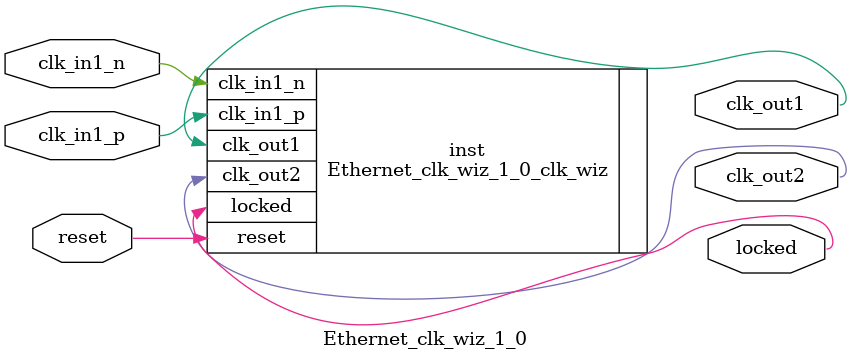
<source format=v>


`timescale 1ps/1ps

(* CORE_GENERATION_INFO = "Ethernet_clk_wiz_1_0,clk_wiz_v6_0_3_0_0,{component_name=Ethernet_clk_wiz_1_0,use_phase_alignment=true,use_min_o_jitter=false,use_max_i_jitter=false,use_dyn_phase_shift=false,use_inclk_switchover=false,use_dyn_reconfig=false,enable_axi=0,feedback_source=FDBK_AUTO,PRIMITIVE=MMCM,num_out_clk=2,clkin1_period=10.000,clkin2_period=10.000,use_power_down=false,use_reset=true,use_locked=true,use_inclk_stopped=false,feedback_type=SINGLE,CLOCK_MGR_TYPE=NA,manual_override=false}" *)

module Ethernet_clk_wiz_1_0 
 (
  // Clock out ports
  output        clk_out1,
  output        clk_out2,
  // Status and control signals
  input         reset,
  output        locked,
 // Clock in ports
  input         clk_in1_p,
  input         clk_in1_n
 );

  Ethernet_clk_wiz_1_0_clk_wiz inst
  (
  // Clock out ports  
  .clk_out1(clk_out1),
  .clk_out2(clk_out2),
  // Status and control signals               
  .reset(reset), 
  .locked(locked),
 // Clock in ports
  .clk_in1_p(clk_in1_p),
  .clk_in1_n(clk_in1_n)
  );

endmodule

</source>
